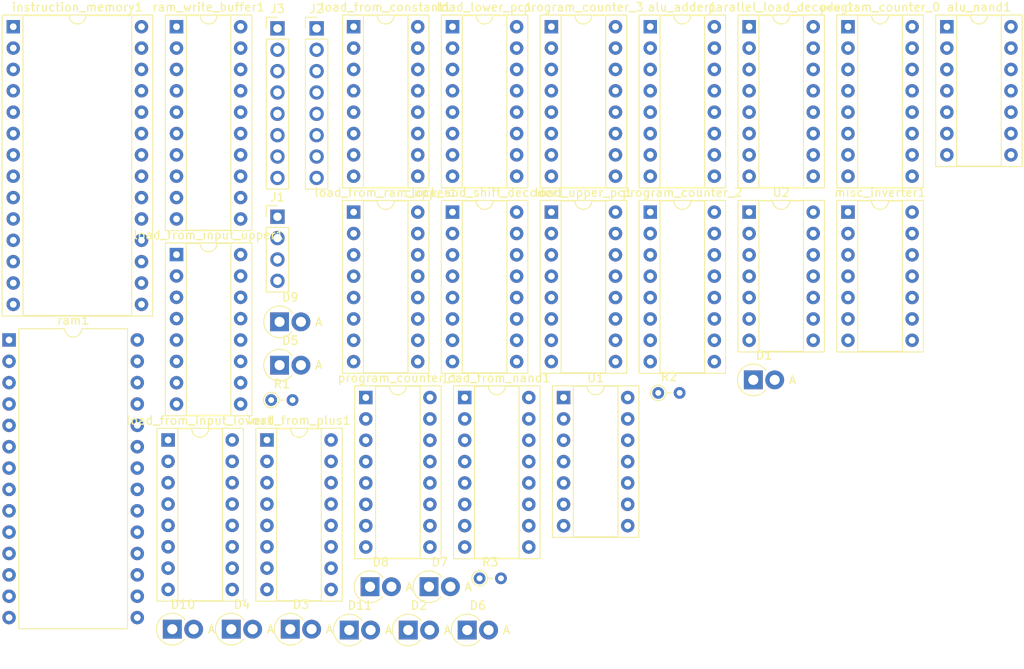
<source format=kicad_pcb>
(kicad_pcb (version 20211014) (generator pcbnew)
  (layers (0 "F.Cu" signal) (31 "B.Cu" signal) (34 "B.Paste" user) (35 "F.Paste" user) (36 "B.SilkS" user "B.Silkscreen") (37 "F.SilkS" user "F.Silkscreen") (38 "B.Mask" user) (39 "F.Mask" user) (44 "Edge.Cuts" user))
  (net 0 "")
  (net 1 "Net-(load_from_plus1-Pad5)")
  (net 2 "Net-(alu_adder1-Pad2)")
  (net 3 "Net-(program_counter_0-Pad4)")
  (net 4 "Net-(load_from_plus1-Pad4)")
  (net 5 "Net-(program_counter_0-Pad3)")
  (net 6 "Net-(alu_adder1-Pad6)")
  (net 7 "GND")
  (net 8 "Net-(alu_adder1-Pad9)")
  (net 9 "Net-(load_from_plus1-Pad7)")
  (net 10 "Net-(alu_adder1-Pad11)")
  (net 11 "Net-(program_counter_0-Pad6)")
  (net 12 "Net-(load_from_plus1-Pad6)")
  (net 13 "Net-(program_counter_0-Pad5)")
  (net 14 "Net-(alu_adder1-Pad15)")
  (net 15 "+5V")
  (net 16 "Net-(load_from_nand1-Pad4)")
  (net 17 "Net-(load_from_nand1-Pad5)")
  (net 18 "Net-(load_from_nand1-Pad6)")
  (net 19 "Net-(load_from_nand1-Pad7)")
  (net 20 "Net-(instruction_memory1-Pad16)")
  (net 21 "Net-(instruction_memory1-Pad17)")
  (net 22 "Net-(instruction_memory1-Pad18)")
  (net 23 "Net-(clock_and_shift_decoder1-Pad4)")
  (net 24 "Net-(clock_and_shift_decoder1-Pad5)")
  (net 25 "Net-(program_counter_1-Pad2)")
  (net 26 "Net-(load_from_input_lower1-Pad10)")
  (net 27 "Net-(load_from_input_upper1-Pad10)")
  (net 28 "Net-(load_from_constant1-Pad10)")
  (net 29 "Net-(load_upper_pc1-Pad10)")
  (net 32 "Net-(load_from_nand1-Pad10)")
  (net 33 "Net-(load_from_plus1-Pad10)")
  (net 34 "Net-(clock_and_shift_decoder1-Pad16)")
  (net 35 "Net-(D1-Pad1)")
  (net 36 "Net-(D2-Pad1)")
  (net 37 "Net-(instruction_memory1-Pad19)")
  (net 38 "Net-(D9-Pad2)")
  (net 39 "Net-(D10-Pad2)")
  (net 40 "Net-(program_counter_3-Pad11)")
  (net 41 "Net-(program_counter_3-Pad13)")
  (net 42 "Net-(program_counter_2-Pad14)")
  (net 43 "Net-(program_counter_1-Pad11)")
  (net 44 "Net-(program_counter_1-Pad12)")
  (net 45 "Net-(program_counter_1-Pad13)")
  (net 46 "Net-(program_counter_1-Pad14)")
  (net 47 "Net-(program_counter_0-Pad11)")
  (net 48 "Net-(program_counter_0-Pad12)")
  (net 49 "Net-(program_counter_0-Pad13)")
  (net 50 "Net-(instruction_memory1-Pad11)")
  (net 51 "Net-(instruction_memory1-Pad12)")
  (net 52 "Net-(instruction_memory1-Pad13)")
  (net 53 "Net-(instruction_memory1-Pad15)")
  (net 54 "Net-(program_counter_2-Pad11)")
  (net 55 "Net-(program_counter_3-Pad14)")
  (net 56 "Net-(program_counter_2-Pad12)")
  (net 57 "Net-(program_counter_2-Pad13)")
  (net 58 "Net-(program_counter_3-Pad12)")
  (net 59 "Net-(program_counter_1-Pad1)")
  (net 60 "Net-(load_from_input_upper1-Pad12)")
  (net 61 "Net-(load_from_input_upper1-Pad13)")
  (net 62 "Net-(load_from_input_upper1-Pad14)")
  (net 63 "Net-(load_from_input_upper1-Pad15)")
  (net 64 "Net-(load_from_plus1-Pad2)")
  (net 65 "Net-(load_from_input_lower1-Pad13)")
  (net 66 "Net-(load_from_input_lower1-Pad14)")
  (net 67 "Net-(load_from_input_lower1-Pad15)")
  (net 68 "Net-(load_from_input_lower1-Pad4)")
  (net 69 "Net-(load_from_input_lower1-Pad5)")
  (net 70 "Net-(load_from_input_lower1-Pad6)")
  (net 71 "Net-(load_from_input_lower1-Pad7)")
  (net 72 "Net-(load_from_input_upper1-Pad4)")
  (net 73 "Net-(load_from_input_upper1-Pad5)")
  (net 74 "Net-(load_from_input_upper1-Pad6)")
  (net 75 "Net-(load_from_input_upper1-Pad7)")
  (net 76 "Net-(ram1-Pad23)")
  (net 77 "Net-(load_from_constant1-Pad9)")
  (net 79 "Net-(load_upper_pc1-Pad2)")
  (net 80 "Net-(ram1-Pad4)")
  (net 81 "Net-(ram1-Pad5)")
  (net 82 "Net-(ram1-Pad6)")
  (net 83 "Net-(load_from_input_lower1-Pad9)")
  (net 85 "Net-(load_from_input_upper1-Pad9)")
  (net 87 "Net-(load_from_nand1-Pad2)")
  (net 88 "Net-(load_from_nand1-Pad9)")
  (net 90 "Net-(ram1-Pad21)")
  (net 91 "Net-(ram1-Pad24)")
  (net 92 "Net-(ram1-Pad25)")
  (net 93 "Net-(load_from_plus1-Pad9)")
  (net 95 "Net-(ram1-Pad1)")
  (net 96 "Net-(ram1-Pad26)")
  (net 97 "Net-(ram1-Pad2)")
  (net 98 "Net-(load_lower_pc1-Pad12)")
  (net 99 "Net-(program_counter_1-Pad3)")
  (net 100 "Net-(program_counter_1-Pad4)")
  (net 101 "Net-(program_counter_1-Pad5)")
  (net 102 "Net-(program_counter_1-Pad6)")
  (net 103 "Net-(load_from_ram_upper1-Pad9)")
  (net 104 "Net-(load_from_ram_upper1-Pad10)")
  (net 106 "Net-(load_upper_pc1-Pad12)")
  (net 107 "Net-(load_upper_pc1-Pad9)")
  (net 109 "Net-(load_lower_pc1-Pad13)")
  (net 110 "Net-(load_lower_pc1-Pad14)")
  (net 111 "Net-(load_lower_pc1-Pad15)")
  (net 113 "Net-(load_upper_pc1-Pad13)")
  (net 114 "Net-(load_upper_pc1-Pad14)")
  (net 115 "Net-(load_upper_pc1-Pad15)")
  (net 116 "Net-(program_counter_0-Pad14)")
  (net 117 "Net-(misc_inverter1-Pad6)")
  (net 118 "Net-(ram1-Pad27)")
  (net 119 "Net-(ram1-Pad22)")
  (net 120 "Net-(misc_inverter1-Pad10)")
  (net 124 "Net-(program_counter_1-Pad9)")
  (net 125 "Net-(program_counter_1-Pad10)")
  (net 126 "Net-(program_counter_1-Pad15)")
  (net 127 "Net-(program_counter_3-Pad10)")
  (net 129 "Net-(ram_write_buffer1-Pad19)")
  (net 133 "Net-(U2-Pad3)")
  (footprint "Package_DIP:DIP-16_W7.62mm_Socket" (layer "F.Cu") (at 99.568 24.892)
    (fp_text reference "alu_adder1")
    (fp_text value "74LS283")
  )
  (footprint "Package_DIP:DIP-16_W7.62mm_Socket" (layer "F.Cu") (at 77.518 68.992)
    (fp_text reference "load_from_nand1")
    (fp_text value "74LS195")
  )
  (footprint "Package_DIP:DIP-16_W7.62mm_Socket" (layer "F.Cu") (at 54.018 74.042)
    (fp_text reference "load_from_plus1")
    (fp_text value "74LS195")
  )
  (footprint "Resistor_THT:R_Axial_DIN0204_L3.6mm_D1.6mm_P2.54mm_Vertical" (layer "F.Cu") (at 100.518 68.442)
    (fp_text reference "R2")
    (fp_text value "10k")
  )
  (footprint "Package_DIP:DIP-16_W7.62mm_Socket" (layer "F.Cu") (at 43.268 51.992)
    (fp_text reference "load_from_input_upper1")
    (fp_text value "74LS195")
  )
  (footprint "Package_DIP:DIP-16_W7.62mm_Socket" (layer "F.Cu") (at 87.818 24.892)
    (fp_text reference "program_counter_3")
    (fp_text value "74LS161")
  )
  (footprint "Diode_THT:D_DO-15_P2.54mm_Vertical_AnodeUp" (layer "F.Cu") (at 55.518 59.992)
    (fp_text reference "D9")
    (fp_text value "D")
  )
  (footprint "Diode_THT:D_DO-15_P2.54mm_Vertical_AnodeUp" (layer "F.Cu") (at 73.278 91.492)
    (fp_text reference "D7")
    (fp_text value "D")
  )
  (footprint "Package_DIP:DIP-16_W7.62mm_Socket" (layer "F.Cu") (at 123.068 24.892)
    (fp_text reference "program_counter_0")
    (fp_text value "74LS161")
  )
  (footprint "Connector_PinHeader_2.54mm:PinHeader_1x04_P2.54mm_Vertical" (layer "F.Cu") (at 55.268 47.492)
    (fp_text reference "J1")
    (fp_text value "Conn_01x04_Male")
  )
  (footprint "Package_DIP:DIP-14_W7.62mm_Socket" (layer "F.Cu") (at 134.818 24.892)
    (fp_text reference "alu_nand1")
    (fp_text value "74LS00")
  )
  (footprint "Package_DIP:DIP-16_W7.62mm_Socket" (layer "F.Cu") (at 76.068 24.892)
    (fp_text reference "load_lower_pc1")
    (fp_text value "74LS195")
  )
  (footprint "Diode_THT:D_DO-15_P2.54mm_Vertical_AnodeUp" (layer "F.Cu") (at 77.818 96.642)
    (fp_text reference "D6")
    (fp_text value "D")
  )
  (footprint "Diode_THT:D_DO-15_P2.54mm_Vertical_AnodeUp" (layer "F.Cu") (at 56.788 96.542)
    (fp_text reference "D3")
    (fp_text value "D")
  )
  (footprint "Package_DIP:DIP-14_W7.62mm_Socket" (layer "F.Cu") (at 111.318 46.942)
    (fp_text reference "U2")
    (fp_text value "74LS08")
  )
  (footprint "Resistor_THT:R_Axial_DIN0204_L3.6mm_D1.6mm_P2.54mm_Vertical" (layer "F.Cu") (at 79.288 90.492)
    (fp_text reference "R3")
    (fp_text value "10k")
  )
  (footprint "Diode_THT:D_DO-15_P2.54mm_Vertical_AnodeUp" (layer "F.Cu") (at 63.798 96.642)
    (fp_text reference "D11")
    (fp_text value "D")
  )
  (footprint "Resistor_THT:R_Axial_DIN0204_L3.6mm_D1.6mm_P2.54mm_Vertical" (layer "F.Cu") (at 54.518 69.292)
    (fp_text reference "R1")
    (fp_text value "10k")
  )
  (footprint "Package_DIP:DIP-16_W7.62mm_Socket" (layer "F.Cu") (at 76.068 46.942)
    (fp_text reference "clock_and_shift_decoder1")
    (fp_text value "74LS138")
  )
  (footprint "Connector_PinHeader_2.54mm:PinHeader_1x08_P2.54mm_Vertical" (layer "F.Cu") (at 55.268 25.092)
    (fp_text reference "J3")
    (fp_text value "Conn_01x08_Male")
  )
  (footprint "Package_DIP:DIP-16_W7.62mm_Socket" (layer "F.Cu") (at 64.318 24.892)
    (fp_text reference "load_from_constant1")
    (fp_text value "74LS195")
  )
  (footprint "Package_DIP:DIP-16_W7.62mm_Socket" (layer "F.Cu") (at 99.568 46.942)
    (fp_text reference "program_counter_2")
    (fp_text value "74LS161")
  )
  (footprint "Diode_THT:D_DO-15_P2.54mm_Vertical_AnodeUp" (layer "F.Cu") (at 111.818 66.892)
    (fp_text reference "D1")
    (fp_text value "D")
  )
  (footprint "Package_DIP:DIP-16_W7.62mm_Socket" (layer "F.Cu") (at 64.318 46.942)
    (fp_text reference "load_from_ram_upper1")
    (fp_text value "74LS195")
  )
  (footprint "Diode_THT:D_DO-15_P2.54mm_Vertical_AnodeUp" (layer "F.Cu") (at 42.768 96.542)
    (fp_text reference "D10")
    (fp_text value "D")
  )
  (footprint "Package_DIP:DIP-16_W7.62mm_Socket" (layer "F.Cu") (at 111.318 24.892)
    (fp_text reference "parallel_load_decoder1")
    (fp_text value "74LS138")
  )
  (footprint "Diode_THT:D_DO-15_P2.54mm_Vertical_AnodeUp" (layer "F.Cu") (at 55.518 65.142)
    (fp_text reference "D5")
    (fp_text value "D")
  )
  (footprint "Diode_THT:D_DO-15_P2.54mm_Vertical_AnodeUp" (layer "F.Cu") (at 66.268 91.492)
    (fp_text reference "D8")
    (fp_text value "D")
  )
  (footprint "Package_DIP:DIP-28_W15.24mm_Socket" (layer "F.Cu") (at 23.868 24.892)
    (fp_text reference "instruction_memory1")
    (fp_text value "28C256")
  )
  (footprint "Package_DIP:DIP-16_W7.62mm_Socket" (layer "F.Cu") (at 42.268 74.042)
    (fp_text reference "load_from_input_lower1")
    (fp_text value "74LS195")
  )
  (footprint "Connector_PinHeader_2.54mm:PinHeader_1x08_P2.54mm_Vertical" (layer "F.Cu") (at 59.918 25.092)
    (fp_text reference "J2")
    (fp_text value "Conn_01x08_Male")
  )
  (footprint "Package_DIP:DIP-28_W15.24mm" (layer "F.Cu") (at 23.368 62.142)
    (fp_text reference "ram1")
    (fp_text value "HM62256BLP")
  )
  (footprint "Diode_THT:D_DO-15_P2.54mm_Vertical_AnodeUp" (layer "F.Cu") (at 49.778 96.542)
    (fp_text reference "D4")
    (fp_text value "D")
  )
  (footprint "Diode_THT:D_DO-15_P2.54mm_Vertical_AnodeUp" (layer "F.Cu") (at 70.808 96.642)
    (fp_text reference "D2")
    (fp_text value "D")
  )
  (footprint "Package_DIP:DIP-16_W7.62mm_Socket" (layer "F.Cu") (at 65.768 68.992)
    (fp_text reference "program_counter_1")
    (fp_text value "74LS161")
  )
  (footprint "Package_DIP:DIP-14_W7.62mm_Socket" (layer "F.Cu") (at 89.268 68.992)
    (fp_text reference "U1")
    (fp_text value "74LS08")
  )
  (footprint "Package_DIP:DIP-16_W7.62mm_Socket" (layer "F.Cu") (at 87.818 46.942)
    (fp_text reference "load_upper_pc1")
    (fp_text value "74LS195")
  )
  (footprint "Package_DIP:DIP-20_W7.62mm_Socket" (layer "F.Cu") (at 43.268 24.892)
    (fp_text reference "ram_write_buffer1")
    (fp_text value "74LS245")
  )
  (footprint "Package_DIP:DIP-14_W7.62mm_Socket" (layer "F.Cu") (at 123.068 46.942)
    (fp_text reference "misc_inverter1")
    (fp_text value "74LS04")
  )
)
</source>
